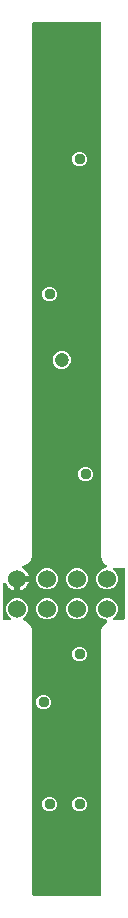
<source format=gbr>
G04 EAGLE Gerber RS-274X export*
G75*
%MOMM*%
%FSLAX34Y34*%
%LPD*%
%INEAGLE Copper Layer 15*%
%IPPOS*%
%AMOC8*
5,1,8,0,0,1.08239X$1,22.5*%
G01*
%ADD10C,1.524000*%
%ADD11C,0.956400*%
%ADD12C,1.206400*%

G36*
X67926Y10938D02*
X67926Y10938D01*
X68045Y10945D01*
X68083Y10958D01*
X68124Y10963D01*
X68234Y11006D01*
X68347Y11043D01*
X68382Y11065D01*
X68419Y11080D01*
X68515Y11149D01*
X68616Y11213D01*
X68644Y11243D01*
X68677Y11266D01*
X68753Y11358D01*
X68834Y11445D01*
X68854Y11480D01*
X68879Y11511D01*
X68930Y11619D01*
X68988Y11723D01*
X68998Y11763D01*
X69015Y11799D01*
X69037Y11916D01*
X69067Y12031D01*
X69071Y12091D01*
X69075Y12111D01*
X69073Y12132D01*
X69077Y12192D01*
X69077Y235983D01*
X70740Y239997D01*
X73731Y242989D01*
X73817Y243098D01*
X73905Y243205D01*
X73914Y243224D01*
X73926Y243240D01*
X73982Y243368D01*
X74041Y243493D01*
X74045Y243513D01*
X74053Y243532D01*
X74075Y243670D01*
X74101Y243806D01*
X74099Y243826D01*
X74103Y243846D01*
X74090Y243985D01*
X74081Y244123D01*
X74075Y244142D01*
X74073Y244162D01*
X74026Y244294D01*
X73983Y244425D01*
X73972Y244443D01*
X73965Y244462D01*
X73887Y244577D01*
X73813Y244694D01*
X73798Y244708D01*
X73787Y244725D01*
X73682Y244817D01*
X73581Y244912D01*
X73563Y244922D01*
X73548Y244935D01*
X73424Y244999D01*
X73303Y245066D01*
X73283Y245071D01*
X73265Y245080D01*
X73129Y245110D01*
X72995Y245145D01*
X72967Y245147D01*
X72955Y245150D01*
X72934Y245149D01*
X72834Y245155D01*
X72181Y245155D01*
X68820Y246547D01*
X66247Y249120D01*
X64855Y252481D01*
X64855Y256119D01*
X66247Y259480D01*
X68820Y262053D01*
X72181Y263445D01*
X75819Y263445D01*
X79180Y262053D01*
X81753Y259480D01*
X83145Y256119D01*
X83145Y252481D01*
X81753Y249120D01*
X79532Y246899D01*
X79447Y246790D01*
X79358Y246683D01*
X79350Y246664D01*
X79337Y246648D01*
X79282Y246520D01*
X79223Y246395D01*
X79219Y246375D01*
X79211Y246356D01*
X79189Y246218D01*
X79163Y246082D01*
X79164Y246062D01*
X79161Y246042D01*
X79174Y245903D01*
X79183Y245765D01*
X79189Y245746D01*
X79191Y245726D01*
X79238Y245594D01*
X79281Y245463D01*
X79291Y245445D01*
X79298Y245426D01*
X79376Y245311D01*
X79451Y245194D01*
X79466Y245180D01*
X79477Y245163D01*
X79581Y245071D01*
X79682Y244976D01*
X79700Y244966D01*
X79715Y244953D01*
X79839Y244889D01*
X79961Y244822D01*
X79980Y244817D01*
X79999Y244808D01*
X80134Y244778D01*
X80269Y244743D01*
X80297Y244741D01*
X80309Y244738D01*
X80329Y244739D01*
X80430Y244733D01*
X87808Y244733D01*
X87926Y244748D01*
X88045Y244755D01*
X88083Y244768D01*
X88124Y244773D01*
X88234Y244816D01*
X88347Y244853D01*
X88382Y244875D01*
X88419Y244890D01*
X88515Y244959D01*
X88616Y245023D01*
X88644Y245053D01*
X88677Y245076D01*
X88753Y245168D01*
X88834Y245255D01*
X88854Y245290D01*
X88879Y245321D01*
X88930Y245429D01*
X88988Y245533D01*
X88998Y245573D01*
X89015Y245609D01*
X89037Y245726D01*
X89067Y245841D01*
X89071Y245901D01*
X89075Y245921D01*
X89073Y245942D01*
X89077Y246002D01*
X89077Y287808D01*
X89062Y287926D01*
X89055Y288045D01*
X89042Y288083D01*
X89037Y288124D01*
X88994Y288234D01*
X88957Y288347D01*
X88935Y288382D01*
X88920Y288419D01*
X88851Y288515D01*
X88787Y288616D01*
X88757Y288644D01*
X88734Y288677D01*
X88642Y288753D01*
X88555Y288834D01*
X88520Y288854D01*
X88489Y288879D01*
X88381Y288930D01*
X88277Y288988D01*
X88237Y288998D01*
X88201Y289015D01*
X88084Y289037D01*
X87969Y289067D01*
X87909Y289071D01*
X87889Y289075D01*
X87868Y289073D01*
X87808Y289077D01*
X80620Y289077D01*
X80482Y289060D01*
X80343Y289047D01*
X80324Y289040D01*
X80304Y289037D01*
X80175Y288986D01*
X80044Y288939D01*
X80027Y288928D01*
X80008Y288920D01*
X79896Y288839D01*
X79781Y288761D01*
X79767Y288745D01*
X79751Y288734D01*
X79662Y288626D01*
X79570Y288522D01*
X79561Y288504D01*
X79548Y288489D01*
X79489Y288363D01*
X79426Y288239D01*
X79421Y288219D01*
X79413Y288201D01*
X79387Y288065D01*
X79356Y287929D01*
X79357Y287908D01*
X79353Y287889D01*
X79361Y287750D01*
X79366Y287611D01*
X79371Y287591D01*
X79373Y287571D01*
X79415Y287439D01*
X79454Y287305D01*
X79464Y287288D01*
X79471Y287269D01*
X79545Y287151D01*
X79616Y287031D01*
X79634Y287010D01*
X79641Y287000D01*
X79656Y286986D01*
X79722Y286911D01*
X81753Y284880D01*
X83145Y281519D01*
X83145Y277881D01*
X81753Y274520D01*
X79180Y271947D01*
X75819Y270555D01*
X72181Y270555D01*
X68820Y271947D01*
X66247Y274520D01*
X64855Y277881D01*
X64855Y281519D01*
X66247Y284880D01*
X68820Y287453D01*
X72181Y288845D01*
X72644Y288845D01*
X72781Y288862D01*
X72920Y288875D01*
X72939Y288882D01*
X72960Y288885D01*
X73088Y288936D01*
X73220Y288983D01*
X73236Y288994D01*
X73255Y289002D01*
X73368Y289083D01*
X73483Y289161D01*
X73496Y289177D01*
X73513Y289188D01*
X73601Y289296D01*
X73693Y289400D01*
X73702Y289418D01*
X73715Y289433D01*
X73775Y289559D01*
X73838Y289683D01*
X73842Y289703D01*
X73851Y289721D01*
X73877Y289857D01*
X73907Y289993D01*
X73907Y290014D01*
X73911Y290033D01*
X73902Y290172D01*
X73898Y290311D01*
X73892Y290331D01*
X73891Y290351D01*
X73848Y290483D01*
X73809Y290617D01*
X73799Y290634D01*
X73793Y290653D01*
X73718Y290771D01*
X73648Y290891D01*
X73629Y290912D01*
X73623Y290922D01*
X73608Y290936D01*
X73541Y291011D01*
X70740Y293813D01*
X69077Y297827D01*
X69077Y749808D01*
X69062Y749926D01*
X69055Y750045D01*
X69042Y750083D01*
X69037Y750124D01*
X68994Y750234D01*
X68957Y750347D01*
X68935Y750382D01*
X68920Y750419D01*
X68851Y750515D01*
X68787Y750616D01*
X68757Y750644D01*
X68734Y750677D01*
X68642Y750753D01*
X68555Y750834D01*
X68520Y750854D01*
X68489Y750879D01*
X68381Y750930D01*
X68277Y750988D01*
X68237Y750998D01*
X68201Y751015D01*
X68084Y751037D01*
X67969Y751067D01*
X67909Y751071D01*
X67889Y751075D01*
X67868Y751073D01*
X67808Y751077D01*
X12192Y751077D01*
X12074Y751062D01*
X11955Y751055D01*
X11917Y751042D01*
X11876Y751037D01*
X11766Y750994D01*
X11653Y750957D01*
X11618Y750935D01*
X11581Y750920D01*
X11485Y750851D01*
X11384Y750787D01*
X11356Y750757D01*
X11323Y750734D01*
X11247Y750642D01*
X11166Y750555D01*
X11146Y750520D01*
X11121Y750489D01*
X11070Y750381D01*
X11012Y750277D01*
X11002Y750237D01*
X10985Y750201D01*
X10963Y750084D01*
X10933Y749969D01*
X10929Y749909D01*
X10925Y749889D01*
X10927Y749868D01*
X10923Y749808D01*
X10923Y299097D01*
X9260Y295083D01*
X6187Y292010D01*
X3123Y290741D01*
X3045Y290697D01*
X2963Y290661D01*
X2908Y290618D01*
X2847Y290583D01*
X2783Y290521D01*
X2712Y290466D01*
X2669Y290411D01*
X2618Y290362D01*
X2572Y290286D01*
X2517Y290215D01*
X2489Y290151D01*
X2452Y290091D01*
X2426Y290005D01*
X2390Y289923D01*
X2379Y289854D01*
X2359Y289787D01*
X2354Y289698D01*
X2340Y289609D01*
X2347Y289539D01*
X2344Y289469D01*
X2362Y289382D01*
X2370Y289293D01*
X2394Y289227D01*
X2408Y289158D01*
X2447Y289077D01*
X2477Y288993D01*
X2517Y288935D01*
X2548Y288872D01*
X2606Y288804D01*
X2656Y288730D01*
X2708Y288684D01*
X2754Y288630D01*
X2827Y288579D01*
X2894Y288519D01*
X3002Y288456D01*
X3014Y288447D01*
X3020Y288445D01*
X3033Y288437D01*
X3125Y288390D01*
X4419Y287450D01*
X5550Y286319D01*
X6490Y285025D01*
X7216Y283600D01*
X7659Y282239D01*
X-930Y282239D01*
X-1048Y282224D01*
X-1167Y282217D01*
X-1205Y282204D01*
X-1245Y282199D01*
X-1356Y282156D01*
X-1469Y282119D01*
X-1503Y282097D01*
X-1541Y282082D01*
X-1637Y282012D01*
X-1738Y281949D01*
X-1766Y281919D01*
X-1798Y281895D01*
X-1874Y281804D01*
X-1956Y281717D01*
X-1975Y281682D01*
X-2001Y281651D01*
X-2052Y281543D01*
X-2109Y281439D01*
X-2120Y281399D01*
X-2137Y281363D01*
X-2159Y281246D01*
X-2189Y281131D01*
X-2193Y281070D01*
X-2197Y281050D01*
X-2195Y281030D01*
X-2199Y280970D01*
X-2199Y279699D01*
X-3470Y279699D01*
X-3588Y279684D01*
X-3707Y279677D01*
X-3745Y279664D01*
X-3785Y279659D01*
X-3896Y279615D01*
X-4009Y279579D01*
X-4044Y279557D01*
X-4081Y279542D01*
X-4177Y279472D01*
X-4278Y279409D01*
X-4306Y279379D01*
X-4339Y279355D01*
X-4414Y279264D01*
X-4496Y279177D01*
X-4516Y279142D01*
X-4541Y279110D01*
X-4592Y279003D01*
X-4650Y278898D01*
X-4660Y278859D01*
X-4677Y278823D01*
X-4699Y278706D01*
X-4729Y278591D01*
X-4733Y278530D01*
X-4737Y278510D01*
X-4735Y278490D01*
X-4739Y278430D01*
X-4739Y269841D01*
X-6100Y270284D01*
X-7525Y271010D01*
X-8819Y271950D01*
X-9950Y273081D01*
X-10890Y274375D01*
X-11597Y275762D01*
X-11608Y275778D01*
X-11616Y275797D01*
X-11697Y275910D01*
X-11776Y276025D01*
X-11791Y276038D01*
X-11802Y276054D01*
X-11910Y276143D01*
X-12014Y276235D01*
X-12032Y276244D01*
X-12047Y276257D01*
X-12173Y276316D01*
X-12298Y276380D01*
X-12317Y276384D01*
X-12335Y276393D01*
X-12472Y276419D01*
X-12608Y276449D01*
X-12628Y276449D01*
X-12648Y276452D01*
X-12787Y276444D01*
X-12926Y276439D01*
X-12945Y276434D01*
X-12965Y276433D01*
X-13097Y276390D01*
X-13231Y276351D01*
X-13249Y276341D01*
X-13267Y276335D01*
X-13385Y276260D01*
X-13505Y276189D01*
X-13519Y276175D01*
X-13536Y276164D01*
X-13632Y276063D01*
X-13730Y275965D01*
X-13740Y275947D01*
X-13754Y275933D01*
X-13821Y275811D01*
X-13892Y275691D01*
X-13898Y275672D01*
X-13908Y275654D01*
X-13942Y275520D01*
X-13981Y275386D01*
X-13982Y275366D01*
X-13987Y275346D01*
X-13997Y275186D01*
X-13997Y246002D01*
X-13982Y245884D01*
X-13975Y245765D01*
X-13962Y245727D01*
X-13957Y245686D01*
X-13914Y245576D01*
X-13877Y245463D01*
X-13855Y245428D01*
X-13840Y245391D01*
X-13771Y245295D01*
X-13707Y245194D01*
X-13677Y245166D01*
X-13654Y245133D01*
X-13562Y245057D01*
X-13475Y244976D01*
X-13440Y244956D01*
X-13409Y244931D01*
X-13301Y244880D01*
X-13197Y244822D01*
X-13157Y244812D01*
X-13121Y244795D01*
X-13004Y244773D01*
X-12889Y244743D01*
X-12829Y244739D01*
X-12809Y244735D01*
X-12788Y244737D01*
X-12728Y244733D01*
X-8630Y244733D01*
X-8492Y244750D01*
X-8353Y244763D01*
X-8334Y244770D01*
X-8314Y244773D01*
X-8185Y244824D01*
X-8054Y244871D01*
X-8037Y244882D01*
X-8018Y244890D01*
X-7906Y244971D01*
X-7791Y245049D01*
X-7777Y245065D01*
X-7761Y245076D01*
X-7672Y245184D01*
X-7580Y245288D01*
X-7571Y245306D01*
X-7558Y245321D01*
X-7499Y245447D01*
X-7436Y245571D01*
X-7431Y245591D01*
X-7423Y245609D01*
X-7397Y245745D01*
X-7366Y245881D01*
X-7367Y245902D01*
X-7363Y245921D01*
X-7371Y246060D01*
X-7376Y246199D01*
X-7381Y246219D01*
X-7383Y246239D01*
X-7425Y246371D01*
X-7464Y246505D01*
X-7474Y246522D01*
X-7481Y246541D01*
X-7555Y246659D01*
X-7626Y246779D01*
X-7644Y246800D01*
X-7651Y246810D01*
X-7666Y246824D01*
X-7732Y246899D01*
X-9953Y249120D01*
X-11345Y252481D01*
X-11345Y256119D01*
X-9953Y259480D01*
X-7380Y262053D01*
X-4019Y263445D01*
X-381Y263445D01*
X2980Y262053D01*
X5553Y259480D01*
X6945Y256119D01*
X6945Y252481D01*
X5553Y249120D01*
X2804Y246371D01*
X2773Y246332D01*
X2736Y246298D01*
X2676Y246207D01*
X2609Y246120D01*
X2589Y246074D01*
X2562Y246033D01*
X2526Y245929D01*
X2482Y245828D01*
X2474Y245779D01*
X2458Y245732D01*
X2450Y245622D01*
X2432Y245514D01*
X2437Y245464D01*
X2433Y245415D01*
X2452Y245306D01*
X2462Y245197D01*
X2479Y245150D01*
X2488Y245101D01*
X2533Y245001D01*
X2570Y244898D01*
X2598Y244857D01*
X2618Y244811D01*
X2687Y244726D01*
X2748Y244635D01*
X2786Y244602D01*
X2817Y244563D01*
X2905Y244497D01*
X2987Y244424D01*
X3031Y244402D01*
X3071Y244372D01*
X3215Y244301D01*
X6187Y243070D01*
X9260Y239997D01*
X10923Y235983D01*
X10923Y12192D01*
X10938Y12074D01*
X10945Y11955D01*
X10958Y11917D01*
X10963Y11876D01*
X11006Y11766D01*
X11043Y11653D01*
X11065Y11618D01*
X11080Y11581D01*
X11149Y11485D01*
X11213Y11384D01*
X11243Y11356D01*
X11266Y11323D01*
X11358Y11247D01*
X11445Y11166D01*
X11480Y11146D01*
X11511Y11121D01*
X11619Y11070D01*
X11723Y11012D01*
X11763Y11002D01*
X11799Y10985D01*
X11916Y10963D01*
X12031Y10933D01*
X12091Y10929D01*
X12111Y10925D01*
X12132Y10927D01*
X12192Y10923D01*
X67808Y10923D01*
X67926Y10938D01*
G37*
%LPC*%
G36*
X46781Y270555D02*
X46781Y270555D01*
X43420Y271947D01*
X40847Y274520D01*
X39455Y277881D01*
X39455Y281519D01*
X40847Y284880D01*
X43420Y287453D01*
X46781Y288845D01*
X50419Y288845D01*
X53780Y287453D01*
X56353Y284880D01*
X57745Y281519D01*
X57745Y277881D01*
X56353Y274520D01*
X53780Y271947D01*
X50419Y270555D01*
X46781Y270555D01*
G37*
%LPD*%
%LPC*%
G36*
X21381Y270555D02*
X21381Y270555D01*
X18020Y271947D01*
X15447Y274520D01*
X14055Y277881D01*
X14055Y281519D01*
X15447Y284880D01*
X18020Y287453D01*
X21381Y288845D01*
X25019Y288845D01*
X28380Y287453D01*
X30953Y284880D01*
X32345Y281519D01*
X32345Y277881D01*
X30953Y274520D01*
X28380Y271947D01*
X25019Y270555D01*
X21381Y270555D01*
G37*
%LPD*%
%LPC*%
G36*
X46781Y245155D02*
X46781Y245155D01*
X43420Y246547D01*
X40847Y249120D01*
X39455Y252481D01*
X39455Y256119D01*
X40847Y259480D01*
X43420Y262053D01*
X46781Y263445D01*
X50419Y263445D01*
X53780Y262053D01*
X56353Y259480D01*
X57745Y256119D01*
X57745Y252481D01*
X56353Y249120D01*
X53780Y246547D01*
X50419Y245155D01*
X46781Y245155D01*
G37*
%LPD*%
%LPC*%
G36*
X21381Y245155D02*
X21381Y245155D01*
X18020Y246547D01*
X15447Y249120D01*
X14055Y252481D01*
X14055Y256119D01*
X15447Y259480D01*
X18020Y262053D01*
X21381Y263445D01*
X25019Y263445D01*
X28380Y262053D01*
X30953Y259480D01*
X32345Y256119D01*
X32345Y252481D01*
X30953Y249120D01*
X28380Y246547D01*
X25019Y245155D01*
X21381Y245155D01*
G37*
%LPD*%
%LPC*%
G36*
X34057Y457263D02*
X34057Y457263D01*
X31279Y458414D01*
X29154Y460539D01*
X28003Y463317D01*
X28003Y466323D01*
X29154Y469101D01*
X31279Y471226D01*
X34057Y472377D01*
X37063Y472377D01*
X39841Y471226D01*
X41966Y469101D01*
X43117Y466323D01*
X43117Y463317D01*
X41966Y460539D01*
X39841Y458414D01*
X37063Y457263D01*
X34057Y457263D01*
G37*
%LPD*%
%LPC*%
G36*
X49545Y628693D02*
X49545Y628693D01*
X47228Y629653D01*
X45453Y631428D01*
X44493Y633745D01*
X44493Y636255D01*
X45453Y638572D01*
X47228Y640347D01*
X49545Y641307D01*
X52055Y641307D01*
X54372Y640347D01*
X56147Y638572D01*
X57107Y636255D01*
X57107Y633745D01*
X56147Y631428D01*
X54372Y629653D01*
X52055Y628693D01*
X49545Y628693D01*
G37*
%LPD*%
%LPC*%
G36*
X24145Y514393D02*
X24145Y514393D01*
X21828Y515353D01*
X20053Y517128D01*
X19093Y519445D01*
X19093Y521955D01*
X20053Y524272D01*
X21828Y526047D01*
X24145Y527007D01*
X26655Y527007D01*
X28972Y526047D01*
X30747Y524272D01*
X31707Y521955D01*
X31707Y519445D01*
X30747Y517128D01*
X28972Y515353D01*
X26655Y514393D01*
X24145Y514393D01*
G37*
%LPD*%
%LPC*%
G36*
X54625Y361993D02*
X54625Y361993D01*
X52308Y362953D01*
X50533Y364728D01*
X49573Y367045D01*
X49573Y369555D01*
X50533Y371872D01*
X52308Y373647D01*
X54625Y374607D01*
X57135Y374607D01*
X59452Y373647D01*
X61227Y371872D01*
X62187Y369555D01*
X62187Y367045D01*
X61227Y364728D01*
X59452Y362953D01*
X57135Y361993D01*
X54625Y361993D01*
G37*
%LPD*%
%LPC*%
G36*
X49545Y209593D02*
X49545Y209593D01*
X47228Y210553D01*
X45453Y212328D01*
X44493Y214645D01*
X44493Y217155D01*
X45453Y219472D01*
X47228Y221247D01*
X49545Y222207D01*
X52055Y222207D01*
X54372Y221247D01*
X56147Y219472D01*
X57107Y217155D01*
X57107Y214645D01*
X56147Y212328D01*
X54372Y210553D01*
X52055Y209593D01*
X49545Y209593D01*
G37*
%LPD*%
%LPC*%
G36*
X19065Y168953D02*
X19065Y168953D01*
X16748Y169913D01*
X14973Y171688D01*
X14013Y174005D01*
X14013Y176515D01*
X14973Y178832D01*
X16748Y180607D01*
X19065Y181567D01*
X21575Y181567D01*
X23892Y180607D01*
X25667Y178832D01*
X26627Y176515D01*
X26627Y174005D01*
X25667Y171688D01*
X23892Y169913D01*
X21575Y168953D01*
X19065Y168953D01*
G37*
%LPD*%
%LPC*%
G36*
X49545Y82593D02*
X49545Y82593D01*
X47228Y83553D01*
X45453Y85328D01*
X44493Y87645D01*
X44493Y90155D01*
X45453Y92472D01*
X47228Y94247D01*
X49545Y95207D01*
X52055Y95207D01*
X54372Y94247D01*
X56147Y92472D01*
X57107Y90155D01*
X57107Y87645D01*
X56147Y85328D01*
X54372Y83553D01*
X52055Y82593D01*
X49545Y82593D01*
G37*
%LPD*%
%LPC*%
G36*
X24145Y82593D02*
X24145Y82593D01*
X21828Y83553D01*
X20053Y85328D01*
X19093Y87645D01*
X19093Y90155D01*
X20053Y92472D01*
X21828Y94247D01*
X24145Y95207D01*
X26655Y95207D01*
X28972Y94247D01*
X30747Y92472D01*
X31707Y90155D01*
X31707Y87645D01*
X30747Y85328D01*
X28972Y83553D01*
X26655Y82593D01*
X24145Y82593D01*
G37*
%LPD*%
%LPC*%
G36*
X339Y277161D02*
X339Y277161D01*
X7659Y277161D01*
X7216Y275800D01*
X6490Y274375D01*
X5550Y273081D01*
X4419Y271950D01*
X3125Y271010D01*
X1700Y270284D01*
X339Y269841D01*
X339Y277161D01*
G37*
%LPD*%
D10*
X-2200Y279700D03*
X23200Y279700D03*
X48600Y279700D03*
X74000Y279700D03*
X-2200Y254300D03*
X23200Y254300D03*
X48600Y254300D03*
X74000Y254300D03*
D11*
X20320Y175260D03*
X25400Y88900D03*
X50800Y88900D03*
X55880Y368300D03*
X50800Y635000D03*
X25400Y520700D03*
X50800Y215900D03*
X63500Y177800D03*
X41910Y167640D03*
X25400Y444500D03*
X25400Y330200D03*
X25400Y660400D03*
D12*
X35560Y464820D03*
M02*

</source>
